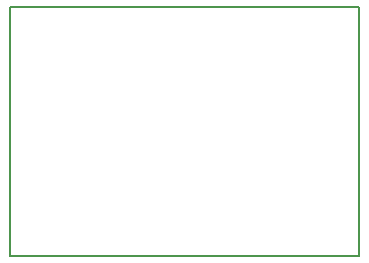
<source format=gm1>
G04 MADE WITH FRITZING*
G04 WWW.FRITZING.ORG*
G04 DOUBLE SIDED*
G04 HOLES PLATED*
G04 CONTOUR ON CENTER OF CONTOUR VECTOR*
%ASAXBY*%
%FSLAX23Y23*%
%MOIN*%
%OFA0B0*%
%SFA1.0B1.0*%
%ADD10R,1.170990X0.836744*%
%ADD11C,0.008000*%
%ADD10C,0.008*%
%LNCONTOUR*%
G90*
G70*
G54D10*
G54D11*
X4Y833D02*
X1167Y833D01*
X1167Y4D01*
X4Y4D01*
X4Y833D01*
D02*
G04 End of contour*
M02*
</source>
